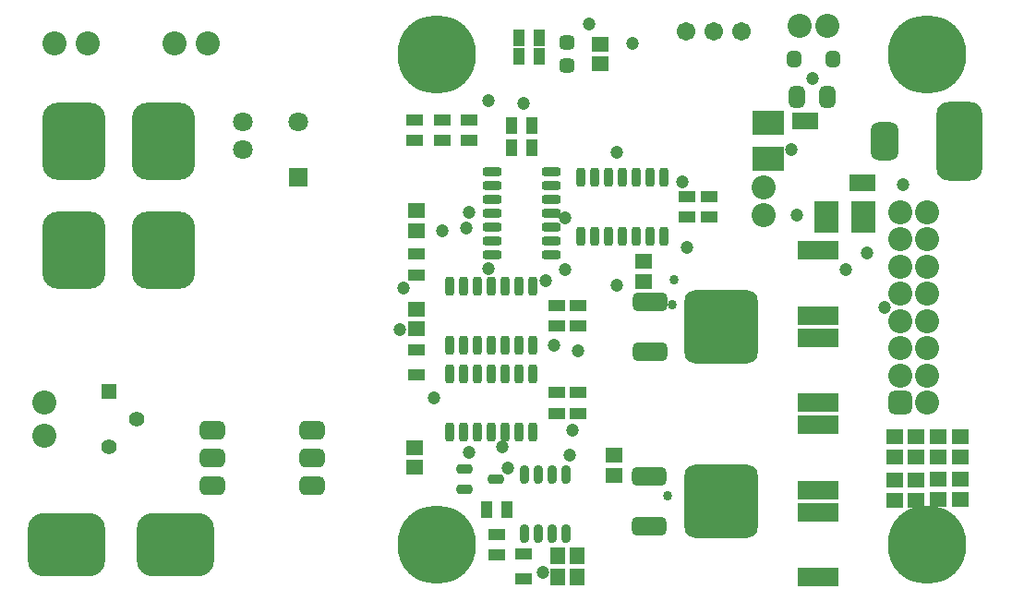
<source format=gts>
G04*
G04 #@! TF.GenerationSoftware,Altium Limited,Altium Designer,22.11.1 (43)*
G04*
G04 Layer_Color=8388736*
%FSLAX44Y44*%
%MOMM*%
G71*
G04*
G04 #@! TF.SameCoordinates,71FBA96F-98A1-49F9-A78B-1FB66A7A07A6*
G04*
G04*
G04 #@! TF.FilePolarity,Negative*
G04*
G01*
G75*
G04:AMPARAMS|DCode=39|XSize=1.7032mm|YSize=3.2032mm|CornerRadius=0.4766mm|HoleSize=0mm|Usage=FLASHONLY|Rotation=90.000|XOffset=0mm|YOffset=0mm|HoleType=Round|Shape=RoundedRectangle|*
%AMROUNDEDRECTD39*
21,1,1.7032,2.2500,0,0,90.0*
21,1,0.7500,3.2032,0,0,90.0*
1,1,0.9532,1.1250,0.3750*
1,1,0.9532,1.1250,-0.3750*
1,1,0.9532,-1.1250,-0.3750*
1,1,0.9532,-1.1250,0.3750*
%
%ADD39ROUNDEDRECTD39*%
G04:AMPARAMS|DCode=40|XSize=6.7032mm|YSize=6.7032mm|CornerRadius=0.9141mm|HoleSize=0mm|Usage=FLASHONLY|Rotation=0.000|XOffset=0mm|YOffset=0mm|HoleType=Round|Shape=RoundedRectangle|*
%AMROUNDEDRECTD40*
21,1,6.7032,4.8750,0,0,0.0*
21,1,4.8750,6.7032,0,0,0.0*
1,1,1.8282,2.4375,-2.4375*
1,1,1.8282,-2.4375,-2.4375*
1,1,1.8282,-2.4375,2.4375*
1,1,1.8282,2.4375,2.4375*
%
%ADD40ROUNDEDRECTD40*%
%ADD41R,1.5532X1.3532*%
%ADD42C,1.2032*%
%ADD43R,3.7032X1.7032*%
%ADD44R,1.1032X1.5032*%
G04:AMPARAMS|DCode=45|XSize=0.8032mm|YSize=1.6532mm|CornerRadius=0.2516mm|HoleSize=0mm|Usage=FLASHONLY|Rotation=0.000|XOffset=0mm|YOffset=0mm|HoleType=Round|Shape=RoundedRectangle|*
%AMROUNDEDRECTD45*
21,1,0.8032,1.1500,0,0,0.0*
21,1,0.3000,1.6532,0,0,0.0*
1,1,0.5032,0.1500,-0.5750*
1,1,0.5032,-0.1500,-0.5750*
1,1,0.5032,-0.1500,0.5750*
1,1,0.5032,0.1500,0.5750*
%
%ADD45ROUNDEDRECTD45*%
%ADD46R,1.5032X1.1032*%
G04:AMPARAMS|DCode=47|XSize=0.8532mm|YSize=1.4532mm|CornerRadius=0.2641mm|HoleSize=0mm|Usage=FLASHONLY|Rotation=90.000|XOffset=0mm|YOffset=0mm|HoleType=Round|Shape=RoundedRectangle|*
%AMROUNDEDRECTD47*
21,1,0.8532,0.9250,0,0,90.0*
21,1,0.3250,1.4532,0,0,90.0*
1,1,0.5282,0.4625,0.1625*
1,1,0.5282,0.4625,-0.1625*
1,1,0.5282,-0.4625,-0.1625*
1,1,0.5282,-0.4625,0.1625*
%
%ADD47ROUNDEDRECTD47*%
G04:AMPARAMS|DCode=48|XSize=0.8032mm|YSize=1.7532mm|CornerRadius=0.2516mm|HoleSize=0mm|Usage=FLASHONLY|Rotation=0.000|XOffset=0mm|YOffset=0mm|HoleType=Round|Shape=RoundedRectangle|*
%AMROUNDEDRECTD48*
21,1,0.8032,1.2500,0,0,0.0*
21,1,0.3000,1.7532,0,0,0.0*
1,1,0.5032,0.1500,-0.6250*
1,1,0.5032,-0.1500,-0.6250*
1,1,0.5032,-0.1500,0.6250*
1,1,0.5032,0.1500,0.6250*
%
%ADD48ROUNDEDRECTD48*%
G04:AMPARAMS|DCode=49|XSize=1.7032mm|YSize=2.3032mm|CornerRadius=0.4766mm|HoleSize=0mm|Usage=FLASHONLY|Rotation=90.000|XOffset=0mm|YOffset=0mm|HoleType=Round|Shape=RoundedRectangle|*
%AMROUNDEDRECTD49*
21,1,1.7032,1.3500,0,0,90.0*
21,1,0.7500,2.3032,0,0,90.0*
1,1,0.9532,0.6750,0.3750*
1,1,0.9532,0.6750,-0.3750*
1,1,0.9532,-0.6750,-0.3750*
1,1,0.9532,-0.6750,0.3750*
%
%ADD49ROUNDEDRECTD49*%
%ADD50R,2.2032X3.0032*%
G04:AMPARAMS|DCode=51|XSize=3.5032mm|YSize=2.5032mm|CornerRadius=0.6766mm|HoleSize=0mm|Usage=FLASHONLY|Rotation=270.000|XOffset=0mm|YOffset=0mm|HoleType=Round|Shape=RoundedRectangle|*
%AMROUNDEDRECTD51*
21,1,3.5032,1.1500,0,0,270.0*
21,1,2.1500,2.5032,0,0,270.0*
1,1,1.3532,-0.5750,-1.0750*
1,1,1.3532,-0.5750,1.0750*
1,1,1.3532,0.5750,1.0750*
1,1,1.3532,0.5750,-1.0750*
%
%ADD51ROUNDEDRECTD51*%
G04:AMPARAMS|DCode=52|XSize=7.2032mm|YSize=4.2032mm|CornerRadius=1.1016mm|HoleSize=0mm|Usage=FLASHONLY|Rotation=270.000|XOffset=0mm|YOffset=0mm|HoleType=Round|Shape=RoundedRectangle|*
%AMROUNDEDRECTD52*
21,1,7.2032,2.0000,0,0,270.0*
21,1,5.0000,4.2032,0,0,270.0*
1,1,2.2032,-1.0000,-2.5000*
1,1,2.2032,-1.0000,2.5000*
1,1,2.2032,1.0000,2.5000*
1,1,2.2032,1.0000,-2.5000*
%
%ADD52ROUNDEDRECTD52*%
G04:AMPARAMS|DCode=53|XSize=1.5032mm|YSize=1.3032mm|CornerRadius=0.3766mm|HoleSize=0mm|Usage=FLASHONLY|Rotation=90.000|XOffset=0mm|YOffset=0mm|HoleType=Round|Shape=RoundedRectangle|*
%AMROUNDEDRECTD53*
21,1,1.5032,0.5500,0,0,90.0*
21,1,0.7500,1.3032,0,0,90.0*
1,1,0.7532,0.2750,0.3750*
1,1,0.7532,0.2750,-0.3750*
1,1,0.7532,-0.2750,-0.3750*
1,1,0.7532,-0.2750,0.3750*
%
%ADD53ROUNDEDRECTD53*%
G04:AMPARAMS|DCode=54|XSize=1.9532mm|YSize=1.4532mm|CornerRadius=0.4141mm|HoleSize=0mm|Usage=FLASHONLY|Rotation=270.000|XOffset=0mm|YOffset=0mm|HoleType=Round|Shape=RoundedRectangle|*
%AMROUNDEDRECTD54*
21,1,1.9532,0.6250,0,0,270.0*
21,1,1.1250,1.4532,0,0,270.0*
1,1,0.8282,-0.3125,-0.5625*
1,1,0.8282,-0.3125,0.5625*
1,1,0.8282,0.3125,0.5625*
1,1,0.8282,0.3125,-0.5625*
%
%ADD54ROUNDEDRECTD54*%
%ADD55R,2.4032X1.5032*%
%ADD56R,3.0032X2.2032*%
G04:AMPARAMS|DCode=57|XSize=1.4032mm|YSize=1.3032mm|CornerRadius=0.3766mm|HoleSize=0mm|Usage=FLASHONLY|Rotation=0.000|XOffset=0mm|YOffset=0mm|HoleType=Round|Shape=RoundedRectangle|*
%AMROUNDEDRECTD57*
21,1,1.4032,0.5500,0,0,0.0*
21,1,0.6500,1.3032,0,0,0.0*
1,1,0.7532,0.3250,-0.2750*
1,1,0.7532,-0.3250,-0.2750*
1,1,0.7532,-0.3250,0.2750*
1,1,0.7532,0.3250,0.2750*
%
%ADD57ROUNDEDRECTD57*%
G04:AMPARAMS|DCode=58|XSize=0.8032mm|YSize=1.7532mm|CornerRadius=0.2516mm|HoleSize=0mm|Usage=FLASHONLY|Rotation=90.000|XOffset=0mm|YOffset=0mm|HoleType=Round|Shape=RoundedRectangle|*
%AMROUNDEDRECTD58*
21,1,0.8032,1.2500,0,0,90.0*
21,1,0.3000,1.7532,0,0,90.0*
1,1,0.5032,0.6250,0.1500*
1,1,0.5032,0.6250,-0.1500*
1,1,0.5032,-0.6250,-0.1500*
1,1,0.5032,-0.6250,0.1500*
%
%ADD58ROUNDEDRECTD58*%
%ADD59R,1.3532X1.5532*%
G04:AMPARAMS|DCode=60|XSize=5.8032mm|YSize=7.1032mm|CornerRadius=1.5016mm|HoleSize=0mm|Usage=FLASHONLY|Rotation=270.000|XOffset=0mm|YOffset=0mm|HoleType=Round|Shape=RoundedRectangle|*
%AMROUNDEDRECTD60*
21,1,5.8032,4.1000,0,0,270.0*
21,1,2.8000,7.1032,0,0,270.0*
1,1,3.0032,-2.0500,-1.4000*
1,1,3.0032,-2.0500,1.4000*
1,1,3.0032,2.0500,1.4000*
1,1,3.0032,2.0500,-1.4000*
%
%ADD60ROUNDEDRECTD60*%
G04:AMPARAMS|DCode=61|XSize=5.8032mm|YSize=7.1032mm|CornerRadius=1.5016mm|HoleSize=0mm|Usage=FLASHONLY|Rotation=180.000|XOffset=0mm|YOffset=0mm|HoleType=Round|Shape=RoundedRectangle|*
%AMROUNDEDRECTD61*
21,1,5.8032,4.1000,0,0,180.0*
21,1,2.8000,7.1032,0,0,180.0*
1,1,3.0032,-1.4000,2.0500*
1,1,3.0032,1.4000,2.0500*
1,1,3.0032,1.4000,-2.0500*
1,1,3.0032,-1.4000,-2.0500*
%
%ADD61ROUNDEDRECTD61*%
%ADD62C,1.8032*%
%ADD63R,1.8032X1.8032*%
%ADD64C,2.2032*%
G04:AMPARAMS|DCode=65|XSize=2.2032mm|YSize=2.2032mm|CornerRadius=0.6016mm|HoleSize=0mm|Usage=FLASHONLY|Rotation=180.000|XOffset=0mm|YOffset=0mm|HoleType=Round|Shape=RoundedRectangle|*
%AMROUNDEDRECTD65*
21,1,2.2032,1.0000,0,0,180.0*
21,1,1.0000,2.2032,0,0,180.0*
1,1,1.2032,-0.5000,0.5000*
1,1,1.2032,0.5000,0.5000*
1,1,1.2032,0.5000,-0.5000*
1,1,1.2032,-0.5000,-0.5000*
%
%ADD65ROUNDEDRECTD65*%
%ADD66C,7.2032*%
%ADD67C,1.7032*%
%ADD68R,1.4032X1.4032*%
%ADD69C,1.4032*%
%ADD70C,0.8600*%
D39*
X595570Y272460D02*
D03*
Y226740D02*
D03*
X595320Y112860D02*
D03*
Y67140D02*
D03*
D40*
X661070Y249600D02*
D03*
X660820Y90000D02*
D03*
D41*
X562500Y113250D02*
D03*
Y131750D02*
D03*
X590000Y291500D02*
D03*
Y310000D02*
D03*
X380000Y139250D02*
D03*
Y120750D02*
D03*
X550000Y490750D02*
D03*
Y509250D02*
D03*
X381900Y247750D02*
D03*
Y266250D02*
D03*
Y356250D02*
D03*
Y337750D02*
D03*
X880000Y91500D02*
D03*
Y110000D02*
D03*
X860000Y91500D02*
D03*
Y110000D02*
D03*
X840000Y90750D02*
D03*
Y109250D02*
D03*
X820000Y90750D02*
D03*
Y109250D02*
D03*
X840000Y130750D02*
D03*
Y149250D02*
D03*
X820000Y130750D02*
D03*
Y149250D02*
D03*
X860000Y130750D02*
D03*
Y149250D02*
D03*
X880000Y130750D02*
D03*
Y149250D02*
D03*
D42*
X565000Y287500D02*
D03*
X775000Y302500D02*
D03*
X465000Y120000D02*
D03*
X497500Y25000D02*
D03*
X522500Y132500D02*
D03*
X530000Y227500D02*
D03*
X525000Y155000D02*
D03*
X460000Y140000D02*
D03*
X430000Y135000D02*
D03*
X448000Y303422D02*
D03*
X500000Y292500D02*
D03*
X517500Y302500D02*
D03*
Y350000D02*
D03*
X397500Y185000D02*
D03*
X366691Y247500D02*
D03*
X370000Y285000D02*
D03*
X405000Y337500D02*
D03*
X427500Y340000D02*
D03*
X430000Y355000D02*
D03*
X565000Y410000D02*
D03*
X629765Y322735D02*
D03*
X625000Y382500D02*
D03*
X795000Y317500D02*
D03*
X730000Y352500D02*
D03*
X725000Y412500D02*
D03*
X745000Y477500D02*
D03*
X580000Y510000D02*
D03*
X540000Y527500D02*
D03*
X447500Y457500D02*
D03*
X480000Y455000D02*
D03*
X507500Y232500D02*
D03*
X827500Y380000D02*
D03*
X811195Y267500D02*
D03*
D43*
X750000Y180000D02*
D03*
Y20000D02*
D03*
Y160000D02*
D03*
Y100000D02*
D03*
Y260000D02*
D03*
Y320000D02*
D03*
Y80000D02*
D03*
Y240000D02*
D03*
D44*
X475500Y515000D02*
D03*
X494500D02*
D03*
Y497500D02*
D03*
X475500D02*
D03*
X464500Y82500D02*
D03*
X445500D02*
D03*
X487750Y434250D02*
D03*
X468750D02*
D03*
Y414250D02*
D03*
X487750D02*
D03*
D45*
X480950Y60250D02*
D03*
X493650D02*
D03*
X506350D02*
D03*
X519050D02*
D03*
X480950Y114750D02*
D03*
X493650D02*
D03*
X506350D02*
D03*
X519050D02*
D03*
D46*
X455000Y59500D02*
D03*
Y40500D02*
D03*
X650000Y369500D02*
D03*
Y350500D02*
D03*
X630000D02*
D03*
Y369500D02*
D03*
X530000Y269500D02*
D03*
Y250500D02*
D03*
X510000D02*
D03*
Y269500D02*
D03*
X530000Y189500D02*
D03*
Y170500D02*
D03*
X510000D02*
D03*
Y189500D02*
D03*
X381900Y205500D02*
D03*
Y228500D02*
D03*
Y297500D02*
D03*
Y316500D02*
D03*
X480000Y41500D02*
D03*
Y18500D02*
D03*
X379998Y420499D02*
D03*
Y439500D02*
D03*
X404998Y420499D02*
D03*
Y439500D02*
D03*
X429998Y420499D02*
D03*
Y439500D02*
D03*
D47*
X454250Y110000D02*
D03*
X425750Y100500D02*
D03*
Y119500D02*
D03*
D48*
X475400Y287000D02*
D03*
X488100D02*
D03*
X462700D02*
D03*
X450000D02*
D03*
X437300D02*
D03*
X424600D02*
D03*
X411900D02*
D03*
X488100Y233000D02*
D03*
X475400D02*
D03*
X462700D02*
D03*
X450000D02*
D03*
X437300D02*
D03*
X424600D02*
D03*
X411900D02*
D03*
X488100Y207000D02*
D03*
X475400D02*
D03*
X462700D02*
D03*
X450000D02*
D03*
X437300D02*
D03*
X424600D02*
D03*
X411900D02*
D03*
X488100Y153000D02*
D03*
X475400D02*
D03*
X462700D02*
D03*
X450000D02*
D03*
X437300D02*
D03*
X424600D02*
D03*
X411900D02*
D03*
X595400Y387000D02*
D03*
X608100D02*
D03*
X582700D02*
D03*
X570000D02*
D03*
X557300D02*
D03*
X544600D02*
D03*
X531900D02*
D03*
X608100Y333000D02*
D03*
X595400D02*
D03*
X582700D02*
D03*
X570000D02*
D03*
X557300D02*
D03*
X544600D02*
D03*
X531900D02*
D03*
D49*
X285500Y104600D02*
D03*
Y130000D02*
D03*
Y155400D02*
D03*
X194500Y104600D02*
D03*
Y130000D02*
D03*
Y155400D02*
D03*
D50*
X757750Y350500D02*
D03*
X791250D02*
D03*
D51*
X811000Y420000D02*
D03*
D52*
X879000D02*
D03*
D53*
X763000Y495500D02*
D03*
X728000D02*
D03*
D54*
X730250Y460500D02*
D03*
X758750D02*
D03*
D55*
X790933Y382183D02*
D03*
X738000Y438750D02*
D03*
D56*
X704500Y403750D02*
D03*
Y437250D02*
D03*
D57*
X520000Y510500D02*
D03*
Y489500D02*
D03*
D58*
X505250Y316150D02*
D03*
Y328850D02*
D03*
Y341550D02*
D03*
Y354250D02*
D03*
Y366950D02*
D03*
Y379650D02*
D03*
Y392350D02*
D03*
X451250Y316150D02*
D03*
Y328850D02*
D03*
Y341550D02*
D03*
Y354250D02*
D03*
Y366950D02*
D03*
Y392350D02*
D03*
Y379650D02*
D03*
D59*
X510750Y40000D02*
D03*
X529250D02*
D03*
X510750Y20000D02*
D03*
X529250D02*
D03*
D60*
X60268Y50000D02*
D03*
X160268D02*
D03*
D61*
X150000Y420000D02*
D03*
Y320000D02*
D03*
X67300D02*
D03*
Y420000D02*
D03*
D62*
X222100Y437900D02*
D03*
Y412500D02*
D03*
X272900Y437900D02*
D03*
D63*
Y387100D02*
D03*
D64*
X850000Y355000D02*
D03*
X825000Y330000D02*
D03*
X850000D02*
D03*
X825000Y305000D02*
D03*
X850000D02*
D03*
X825000Y280000D02*
D03*
X850000D02*
D03*
X825000Y255000D02*
D03*
X850000Y180000D02*
D03*
Y205000D02*
D03*
X825000D02*
D03*
Y230000D02*
D03*
Y355000D02*
D03*
X850000Y255000D02*
D03*
Y230000D02*
D03*
X758200Y525500D02*
D03*
X732800D02*
D03*
X700000Y352300D02*
D03*
Y377700D02*
D03*
X40000Y150000D02*
D03*
Y180000D02*
D03*
X80000Y510000D02*
D03*
X50000D02*
D03*
X190000D02*
D03*
X160000D02*
D03*
D65*
X825000Y180000D02*
D03*
D66*
X850000Y50000D02*
D03*
X400000Y500000D02*
D03*
Y50000D02*
D03*
X850000Y500000D02*
D03*
D67*
X679900Y520500D02*
D03*
X629100D02*
D03*
X654500D02*
D03*
D68*
X100000Y190800D02*
D03*
D69*
Y140000D02*
D03*
X125400Y165400D02*
D03*
D70*
X618164Y293164D02*
D03*
X616070Y270000D02*
D03*
X612000Y95000D02*
D03*
M02*

</source>
